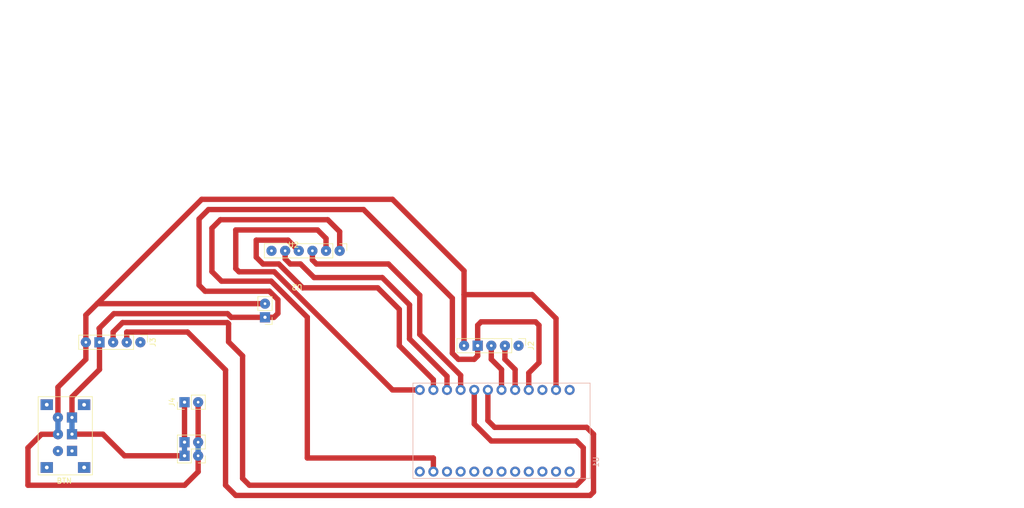
<source format=kicad_pcb>
(kicad_pcb (version 20211014) (generator pcbnew)
  (layers (0 "F.Cu" signal) (31 "B.Cu" signal) (34 "B.Paste" user) (35 "F.Paste" user) (36 "B.SilkS" user "B.Silkscreen") (37 "F.SilkS" user "F.Silkscreen") (38 "B.Mask" user) (39 "F.Mask" user) (44 "Edge.Cuts" user))
  (net 0 "")
  (net 1 "+5V")
  (net 2 "GND")
  (net 13 "Net-(J2-Pad1)")
  (net 14 "Net-(J2-Pad3)")
  (net 15 "Net-(J3-Pad2)")
  (net 16 "Net-(J2-Pad2)")
  (net 17 "Net-(J3-Pad3)")
  (net 19 "Net-(U1-PadJP6_9)")
  (net 20 "Net-(U1-PadJP6_10)")
  (net 21 "Net-(U1-PadJP6_11)")
  (net 22 "Net-(U1-PadJP6_12)")
  (net 23 "Net-(U1-PadJP7_2)")
  (net 25 "Net-(J3-Pad1)")
  (footprint "Arduino pro mini:NRF24L01" (layer "F.Cu") (at 74.295 67.31 180)
    (fp_text reference "U2" (at 0 -0.5 180 unlocked) (layer "F.SilkS"))
    (fp_text value "NRF24L01_Breakout")
    (fp_line (start 4.654 -4.867) (end 4.654 -2.267) (layer "F.SilkS") (width 0.12))
    (fp_line (start -6.663297 7.597626) (end -6.663297 4.937626) (layer "F.SilkS") (width 0.12))
    (fp_line (start -7.933297 7.597626) (end -9.263297 7.597626) (layer "F.SilkS") (width 0.12))
    (fp_line (start -9.263297 7.597626) (end -9.263297 6.267626) (layer "F.SilkS") (width 0.12))
    (fp_line (start 6.096703 7.597626) (end 6.096703 4.937626) (layer "F.SilkS") (width 0.12))
    (fp_line (start 7.314 -4.867) (end 7.314 -2.267) (layer "F.SilkS") (width 0.12))
    (fp_line (start 4.654 -2.267) (end 7.314 -2.267) (layer "F.SilkS") (width 0.12))
    (fp_line (start -6.663297 4.937626) (end 6.096703 4.937626) (layer "F.SilkS") (width 0.12))
    (fp_line (start 4.654 -4.867) (end 7.314 -4.867) (layer "F.SilkS") (width 0.12))
    (fp_line (start -6.663297 7.597626) (end 6.096703 7.597626) (layer "F.SilkS") (width 0.12))
    (fp_line (start 4.654 -6.137) (end 4.654 -7.467) (layer "F.SilkS") (width 0.12))
    (fp_line (start 4.654 -7.467) (end 5.984 -7.467) (layer "F.SilkS") (width 0.12))
    (pad "1" thru_hole oval (at 5.984 -3.597 180) (size 1.9 1.9) (drill 0.5) (layers *.Cu *.Mask) (net 2 "GND"))
    (pad "2" thru_hole rect (at 5.984 -6.137 180) (size 1.9 1.9) (drill 0.6) (layers *.Cu *.Mask) (net 1 "+5V"))
    (pad "3" thru_hole oval (at -7.933297 6.267626 270) (size 1.9 1.9) (drill 0.5) (layers *.Cu *.Mask) (net 23 "Net-(U1-PadJP7_2)"))
    (pad "4" thru_hole oval (at -5.393297 6.267626 270) (size 1.9 1.9) (drill 0.5) (layers *.Cu *.Mask) (net 22 "Net-(U1-PadJP6_12)"))
    (pad "5" thru_hole oval (at -2.853297 6.267626 270) (size 1.9 1.9) (drill 0.5) (layers *.Cu *.Mask) (net 19 "Net-(U1-PadJP6_9)"))
    (pad "6" thru_hole oval (at -0.313297 6.267626 270) (size 1.9 1.9) (drill 0.5) (layers *.Cu *.Mask) (net 21 "Net-(U1-PadJP6_11)"))
    (pad "7" thru_hole oval (at 2.226703 6.267626 270) (size 1.9 1.9) (drill 0.5) (layers *.Cu *.Mask) (net 20 "Net-(U1-PadJP6_10)"))
    (pad "8" thru_hole oval (at 4.766703 6.267626 270) (size 1.9 1.9) (drill 0.5) (layers *.Cu *.Mask))
  )
  (footprint "Connector_PinHeader_2.54mm:PinHeader_2x02_P2.54mm_Vertical" (layer "F.Cu") (at 55.851603 99.282205 180)
    (fp_text reference "" (at 1.27 -2.33) (layer "F.SilkS"))
    (fp_text value "POWERS")
    (fp_line (start -1.33 3.87) (end 3.87 3.87) (layer "F.SilkS") (width 0.12))
    (fp_line (start 3.87 -1.33) (end 3.87 3.87) (layer "F.SilkS") (width 0.12))
    (fp_line (start 1.27 1.27) (end 1.27 -1.33) (layer "F.SilkS") (width 0.12))
    (fp_line (start -1.33 1.27) (end 1.27 1.27) (layer "F.SilkS") (width 0.12))
    (fp_line (start -1.33 -1.33) (end 0 -1.33) (layer "F.SilkS") (width 0.12))
    (fp_line (start -1.33 1.27) (end -1.33 3.87) (layer "F.SilkS") (width 0.12))
    (fp_line (start 1.27 -1.33) (end 3.87 -1.33) (layer "F.SilkS") (width 0.12))
    (fp_line (start -1.33 0) (end -1.33 -1.33) (layer "F.SilkS") (width 0.12))
    (pad "1" thru_hole oval (at 0 0 180) (size 1.9 1.9) (drill 0.5) (layers *.Cu *.Mask) (net 2 "GND"))
    (pad "2" thru_hole rect (at 2.54 0 180) (size 1.9 1.9) (drill 0.6) (layers *.Cu *.Mask) (net 1 "+5V"))
    (pad "3" thru_hole oval (at 0 2.54 180) (size 1.9 1.9) (drill 0.5) (layers *.Cu *.Mask) (net 2 "GND"))
    (pad "4" thru_hole rect (at 2.54 2.54 180) (size 1.9 1.9) (drill 0.6) (layers *.Cu *.Mask) (net 1 "+5V"))
  )
  (footprint "Connector_PinHeader_2.54mm:PinHeader_1x02_P2.54mm_Vertical" (layer "F.Cu") (at 53.311603 89.282205 90)
    (fp_text reference "J4" (at 0 -2.33 90) (layer "F.SilkS"))
    (fp_text value "Micro-Power-IN")
    (fp_line (start -1.33 0) (end -1.33 -1.33) (layer "F.SilkS") (width 0.12))
    (fp_line (start -1.33 1.27) (end 1.33 1.27) (layer "F.SilkS") (width 0.12))
    (fp_line (start -1.33 -1.33) (end 0 -1.33) (layer "F.SilkS") (width 0.12))
    (fp_line (start 1.33 1.27) (end 1.33 3.87) (layer "F.SilkS") (width 0.12))
    (fp_line (start -1.33 1.27) (end -1.33 3.87) (layer "F.SilkS") (width 0.12))
    (fp_line (start -1.33 3.87) (end 1.33 3.87) (layer "F.SilkS") (width 0.12))
    (pad "1" thru_hole rect (at 0 0 90) (size 1.9 1.9) (drill 0.6) (layers *.Cu *.Mask) (net 1 "+5V"))
    (pad "2" thru_hole oval (at 0 2.54 90) (size 1.9 1.9) (drill 0.5) (layers *.Cu *.Mask) (net 2 "GND"))
  )
  (footprint "Connector_PinHeader_2.54mm:PinHeader_1x05_P2.54mm_Vertical" (layer "F.Cu") (at 115.57 78.74 -90)
    (fp_text reference "J2" (at 0 -2.33 90) (layer "F.SilkS"))
    (fp_text value "Joystick_Left")
    (fp_line (start -1.33 11.49) (end 1.33 11.49) (layer "F.SilkS") (width 0.12))
    (fp_line (start 1.33 1.27) (end 1.33 11.49) (layer "F.SilkS") (width 0.12))
    (fp_line (start -1.33 -1.33) (end 0 -1.33) (layer "F.SilkS") (width 0.12))
    (fp_line (start -1.33 0) (end -1.33 -1.33) (layer "F.SilkS") (width 0.12))
    (fp_line (start -1.33 1.27) (end -1.33 11.49) (layer "F.SilkS") (width 0.12))
    (fp_line (start -1.33 1.27) (end 1.33 1.27) (layer "F.SilkS") (width 0.12))
    (pad "1" thru_hole oval (at 0 0 270) (size 1.9 1.9) (drill 0.5) (layers *.Cu *.Mask) (net 13 "Net-(J2-Pad1)"))
    (pad "2" thru_hole oval (at 0 2.54 270) (size 1.9 1.9) (drill 0.5) (layers *.Cu *.Mask) (net 16 "Net-(J2-Pad2)"))
    (pad "3" thru_hole oval (at 0 5.08 270) (size 1.9 1.9) (drill 0.5) (layers *.Cu *.Mask) (net 14 "Net-(J2-Pad3)"))
    (pad "4" thru_hole rect (at 0 7.62 270) (size 1.9 1.9) (drill 0.6) (layers *.Cu *.Mask) (net 1 "+5V"))
    (pad "5" thru_hole oval (at 0 10.16 270) (size 1.9 1.9) (drill 0.5) (layers *.Cu *.Mask) (net 2 "GND"))
  )
  (footprint "Connector_PinHeader_2.54mm:PushButton_6_pin" (layer "F.Cu") (at 34.639603 101.347205 180)
    (fp_text reference "BTN" (at 3.74 -2.618) (layer "F.SilkS"))
    (fp_text value "PushButton_6_pin")
    (fp_line (start -1.491194 -1.496) (end 8.602 -1.496) (layer "F.SilkS") (width 0.12))
    (fp_line (start -1.491194 13.09) (end 8.602 13.09) (layer "F.SilkS") (width 0.12))
    (fp_line (start 8.602 -1.496) (end 8.602 13.09) (layer "F.SilkS") (width 0.12))
    (fp_line (start -1.491194 -1.496) (end -1.491194 13.09) (layer "F.SilkS") (width 0.12))
    (pad "" thru_hole rect (at 0.043736 11.586152 180) (size 2.3 2) (drill 0.7) (layers *.Cu *.Mask))
    (pad "" thru_hole rect (at 0.03893 -0.118391 180) (size 2.3 2) (drill 0.7) (layers *.Cu *.Mask))
    (pad "" thru_hole rect (at 7.000509 11.59419 180) (size 2.3 2) (drill 0.7) (layers *.Cu *.Mask))
    (pad "" thru_hole rect (at 7.000509 -0.118391 180) (size 2.3 2) (drill 0.7) (layers *.Cu *.Mask))
    (pad "1" thru_hole rect (at 2.294688 2.967779 180) (size 1.9 1.9) (drill 0.6) (layers *.Cu *.Mask))
    (pad "2" thru_hole oval (at 4.918896 2.948554 180) (size 1.9 1.9) (drill 0.5) (layers *.Cu *.Mask))
    (pad "3" thru_hole rect (at 2.29506 6.097205 180) (size 1.9 1.9) (drill 0.6) (layers *.Cu *.Mask) (net 1 "+5V"))
    (pad "4" thru_hole oval (at 4.919268 6.07798 180) (size 1.9 1.9) (drill 0.5) (layers *.Cu *.Mask) (net 2 "GND"))
    (pad "5" thru_hole rect (at 2.30164 9.207406 180) (size 1.9 1.9) (drill 0.6) (layers *.Cu *.Mask) (net 1 "+5V"))
    (pad "6" thru_hole oval (at 4.91964 9.207406 180) (size 1.9 1.9) (drill 0.5) (layers *.Cu *.Mask) (net 2 "GND"))
  )
  (footprint "Connector_PinHeader_2.54mm:PinHeader_1x05_P2.54mm_Vertical" (layer "F.Cu") (at 45.085 78.105 -90)
    (fp_text reference "J3" (at 0 -2.33 90) (layer "F.SilkS"))
    (fp_text value "Joystick_Right")
    (fp_line (start -1.33 -1.33) (end 0 -1.33) (layer "F.SilkS") (width 0.12))
    (fp_line (start 1.33 1.27) (end 1.33 11.49) (layer "F.SilkS") (width 0.12))
    (fp_line (start -1.33 1.27) (end -1.33 11.49) (layer "F.SilkS") (width 0.12))
    (fp_line (start -1.33 1.27) (end 1.33 1.27) (layer "F.SilkS") (width 0.12))
    (fp_line (start -1.33 0) (end -1.33 -1.33) (layer "F.SilkS") (width 0.12))
    (fp_line (start -1.33 11.49) (end 1.33 11.49) (layer "F.SilkS") (width 0.12))
    (pad "1" thru_hole oval (at 0 0 270) (size 1.9 1.9) (drill 0.5) (layers *.Cu *.Mask) (net 25 "Net-(J3-Pad1)"))
    (pad "2" thru_hole oval (at 0 2.54 270) (size 1.9 1.9) (drill 0.5) (layers *.Cu *.Mask) (net 15 "Net-(J3-Pad2)"))
    (pad "3" thru_hole oval (at 0 5.08 270) (size 1.9 1.9) (drill 0.5) (layers *.Cu *.Mask) (net 17 "Net-(J3-Pad3)"))
    (pad "4" thru_hole rect (at 0 7.62 270) (size 1.9 1.9) (drill 0.6) (layers *.Cu *.Mask) (net 1 "+5V"))
    (pad "5" thru_hole oval (at 0 10.16 270) (size 1.9 1.9) (drill 0.5) (layers *.Cu *.Mask) (net 2 "GND"))
  )
  (footprint "Arduino pro mini:MODULE_ARDUINO_PRO_MINI" (layer "B.Cu") (at 112.395 94.615 90)
    (fp_text reference "U1" (at -5.825 17.635 270) (layer "B.SilkS") (effects (justify mirror)))
    (fp_text value "ARDUINO_PRO_MINI")
    (fp_line (start 8.89 16.51) (end -8.89 16.51) (layer "B.SilkS") (width 0.127))
    (fp_line (start -8.89 -16.51) (end 8.89 -16.51) (layer "B.SilkS") (width 0.127))
    (fp_line (start -8.89 16.51) (end -8.89 -16.51) (layer "B.SilkS") (width 0.127))
    (fp_line (start 8.89 -16.51) (end 8.89 16.51) (layer "B.SilkS") (width 0.127))
    (pad "JP6_1" thru_hole circle (at 7.62 12.7 90) (size 1.8796 1.8796) (drill 1.016) (layers *.Cu *.Mask))
    (pad "JP6_2" thru_hole circle (at 7.62 10.16 90) (size 1.8796 1.8796) (drill 1.016) (layers *.Cu *.Mask) (net 2 "GND"))
    (pad "JP6_3" thru_hole circle (at 7.62 7.62 90) (size 1.8796 1.8796) (drill 1.016) (layers *.Cu *.Mask))
    (pad "JP6_4" thru_hole circle (at 7.62 5.08 90) (size 1.8796 1.8796) (drill 1.016) (layers *.Cu *.Mask) (net 1 "+5V"))
    (pad "JP6_5" thru_hole circle (at 7.62 2.54 90) (size 1.8796 1.8796) (drill 1.016) (layers *.Cu *.Mask) (net 16 "Net-(J2-Pad2)"))
    (pad "JP6_6" thru_hole circle (at 7.62 0 90) (size 1.8796 1.8796) (drill 1.016) (layers *.Cu *.Mask) (net 14 "Net-(J2-Pad3)"))
    (pad "JP6_7" thru_hole circle (at 7.62 -2.54 90) (size 1.8796 1.8796) (drill 1.016) (layers *.Cu *.Mask) (net 15 "Net-(J3-Pad2)"))
    (pad "JP6_8" thru_hole circle (at 7.62 -5.08 90) (size 1.8796 1.8796) (drill 1.016) (layers *.Cu *.Mask) (net 17 "Net-(J3-Pad3)"))
    (pad "JP6_9" thru_hole circle (at 7.62 -7.62 90) (size 1.8796 1.8796) (drill 1.016) (layers *.Cu *.Mask) (net 19 "Net-(U1-PadJP6_9)"))
    (pad "JP6_10" thru_hole circle (at 7.62 -10.16 90) (size 1.8796 1.8796) (drill 1.016) (layers *.Cu *.Mask) (net 20 "Net-(U1-PadJP6_10)"))
    (pad "JP6_11" thru_hole circle (at 7.62 -12.7 90) (size 1.8796 1.8796) (drill 1.016) (layers *.Cu *.Mask) (net 21 "Net-(U1-PadJP6_11)"))
    (pad "JP6_12" thru_hole circle (at 7.62 -15.24 90) (size 1.8796 1.8796) (drill 1.016) (layers *.Cu *.Mask) (net 22 "Net-(U1-PadJP6_12)"))
    (pad "JP7_1" thru_hole circle (at -7.62 -15.24 90) (size 1.8796 1.8796) (drill 1.016) (layers *.Cu *.Mask))
    (pad "JP7_2" thru_hole circle (at -7.62 -12.7 90) (size 1.8796 1.8796) (drill 1.016) (layers *.Cu *.Mask) (net 23 "Net-(U1-PadJP7_2)"))
    (pad "JP7_3" thru_hole circle (at -7.62 -10.16 90) (size 1.8796 1.8796) (drill 1.016) (layers *.Cu *.Mask) (net 13 "Net-(J2-Pad1)"))
    (pad "JP7_4" thru_hole circle (at -7.62 -7.62 90) (size 1.8796 1.8796) (drill 1.016) (layers *.Cu *.Mask) (net 25 "Net-(J3-Pad1)"))
    (pad "JP7_5" thru_hole circle (at -7.62 -5.08 90) (size 1.8796 1.8796) (drill 1.016) (layers *.Cu *.Mask))
    (pad "JP7_6" thru_hole circle (at -7.62 -2.54 90) (size 1.8796 1.8796) (drill 1.016) (layers *.Cu *.Mask))
    (pad "JP7_7" thru_hole circle (at -7.62 0 90) (size 1.8796 1.8796) (drill 1.016) (layers *.Cu *.Mask))
    (pad "JP7_8" thru_hole circle (at -7.62 2.54 90) (size 1.8796 1.8796) (drill 1.016) (layers *.Cu *.Mask))
    (pad "JP7_9" thru_hole circle (at -7.62 5.08 90) (size 1.8796 1.8796) (drill 1.016) (layers *.Cu *.Mask))
    (pad "JP7_10" thru_hole circle (at -7.62 7.62 90) (size 1.8796 1.8796) (drill 1.016) (layers *.Cu *.Mask))
    (pad "JP7_11" thru_hole circle (at -7.62 10.16 90) (size 1.8796 1.8796) (drill 1.016) (layers *.Cu *.Mask))
    (pad "JP7_12" thru_hole circle (at -7.62 12.7 90) (size 1.8796 1.8796) (drill 1.016) (layers *.Cu *.Mask))
  )
  (gr_text "U2" (at 73.631603 59.937205) (layer "F.SilkS") (effects (font (size 1 1))))
  (segment (start 103.23416 80.151453) (end 104.362707 81.28) (width 1) (layer "F.Cu") (net 1))
  (segment (start 37.465 75.604784) (end 37.386697 75.526481) (width 1) (layer "F.Cu") (net 1))
  (segment (start 40.140802 72.772376) (end 61.342376 72.772376) (width 1) (layer "F.Cu") (net 1))
  (segment (start 32.337963 88.312037) (end 37.465 83.185) (width 1) (layer "F.Cu") (net 1))
  (segment (start 68.308926 73.449074) (end 68.311 73.447) (width 1) (layer "F.Cu") (net 1))
  (segment (start 38.1 95.25) (end 42.132205 99.282205) (width 1) (layer "F.Cu") (net 1))
  (segment (start 107.315 81.28) (end 107.95 80.645) (width 1) (layer "F.Cu") (net 1))
  (segment (start 107.95 78.74) (end 107.95 74.93) (width 1) (layer "F.Cu") (net 1))
  (segment (start 86.6775 53.34) (end 103.23416 69.89666) (width 1) (layer "F.Cu") (net 1))
  (segment (start 61.342376 72.772376) (end 62.019074 73.449074) (width 1) (layer "F.Cu") (net 1))
  (segment (start 70.722554 72.716178) (end 70.722554 70.153797) (width 1) (layer "F.Cu") (net 1))
  (segment (start 107.95 80.645) (end 107.95 78.74) (width 1) (layer "F.Cu") (net 1))
  (segment (start 108.585 74.295) (end 118.745 74.295) (width 1) (layer "F.Cu") (net 1))
  (segment (start 104.362707 81.28) (end 107.315 81.28) (width 1) (layer "F.Cu") (net 1))
  (segment (start 53.311603 96.742205) (end 53.311603 89.282205) (width 1) (layer "F.Cu") (net 1))
  (segment (start 42.132205 99.282205) (end 53.311603 99.282205) (width 1) (layer "F.Cu") (net 1))
  (segment (start 56.023 55.102) (end 57.785 53.34) (width 1) (layer "F.Cu") (net 1))
  (segment (start 68.311 73.447) (end 69.991732 73.447) (width 1) (layer "F.Cu") (net 1))
  (segment (start 107.95 74.93) (end 108.585 74.295) (width 1) (layer "F.Cu") (net 1))
  (segment (start 119.38 74.93) (end 119.38 81.915) (width 1) (layer "F.Cu") (net 1))
  (segment (start 37.465 83.185) (end 37.465 78.105) (width 1) (layer "F.Cu") (net 1))
  (segment (start 70.722554 70.153797) (end 69.148757 68.58) (width 1) (layer "F.Cu") (net 1))
  (segment (start 56.023 67.453) (end 56.023 55.102) (width 1) (layer "F.Cu") (net 1))
  (segment (start 37.386697 75.526481) (end 40.140802 72.772376) (width 1) (layer "F.Cu") (net 1))
  (segment (start 117.475 83.82) (end 117.475 86.995) (width 1) (layer "F.Cu") (net 1))
  (segment (start 62.019074 73.449074) (end 68.308926 73.449074) (width 1) (layer "F.Cu") (net 1))
  (segment (start 32.344543 95.25) (end 38.1 95.25) (width 1) (layer "F.Cu") (net 1))
  (segment (start 69.991732 73.447) (end 70.722554 72.716178) (width 1) (layer "F.Cu") (net 1))
  (segment (start 37.465 78.105) (end 37.465 75.604784) (width 1) (layer "F.Cu") (net 1))
  (segment (start 103.23416 69.89666) (end 103.23416 80.151453) (width 1) (layer "F.Cu") (net 1))
  (segment (start 57.785 53.34) (end 86.6775 53.34) (width 1) (layer "F.Cu") (net 1))
  (segment (start 57.15 68.58) (end 56.023 67.453) (width 1) (layer "F.Cu") (net 1))
  (segment (start 118.745 74.295) (end 119.38 74.93) (width 1) (layer "F.Cu") (net 1))
  (segment (start 32.337963 92.139799) (end 32.337963 88.312037) (width 1) (layer "F.Cu") (net 1))
  (segment (start 119.38 81.915) (end 117.475 83.82) (width 1) (layer "F.Cu") (net 1))
  (segment (start 69.148757 68.58) (end 57.15 68.58) (width 1) (layer "F.Cu") (net 1))
  (segment (start 53.311603 99.282205) (end 53.311603 96.742205) (width 1) (layer "B.Cu") (net 1))
  (segment (start 32.337963 92.139799) (end 32.337963 95.24342) (width 1) (layer "B.Cu") (net 1))
  (segment (start 118.11 69.215) (end 105.41 69.215) (width 1) (layer "F.Cu") (net 2))
  (segment (start 68.282389 70.878389) (end 68.311 70.907) (width 1) (layer "F.Cu") (net 2))
  (segment (start 105.41 69.215) (end 105.41 64.77) (width 1) (layer "F.Cu") (net 2))
  (segment (start 105.41 78.74) (end 105.41 69.215) (width 1) (layer "F.Cu") (net 2))
  (segment (start 55.851603 102.263397) (end 53.34 104.775) (width 1) (layer "F.Cu") (net 2))
  (segment (start 29.719963 92.139799) (end 29.719963 86.485037) (width 1) (layer "F.Cu") (net 2))
  (segment (start 92.075 51.435) (end 56.515 51.435) (width 1) (layer "F.Cu") (net 2))
  (segment (start 53.34 104.775) (end 24.13 104.775) (width 1) (layer "F.Cu") (net 2))
  (segment (start 55.851603 99.282205) (end 55.851603 102.263397) (width 1) (layer "F.Cu") (net 2))
  (segment (start 34.925 73.025) (end 34.925 78.105) (width 1) (layer "F.Cu") (net 2))
  (segment (start 37.043 70.907) (end 34.925 73.025) (width 1) (layer "F.Cu") (net 2))
  (segment (start 29.719963 86.485037) (end 34.925 81.28) (width 1) (layer "F.Cu") (net 2))
  (segment (start 56.515 51.435) (end 37.043 70.907) (width 1) (layer "F.Cu") (net 2))
  (segment (start 105.41 64.77) (end 92.075 51.435) (width 1) (layer "F.Cu") (net 2))
  (segment (start 68.311 70.907) (end 37.043 70.907) (width 1) (layer "F.Cu") (net 2))
  (segment (start 122.555 86.995) (end 122.555 73.66) (width 1) (layer "F.Cu") (net 2))
  (segment (start 55.851603 89.282205) (end 55.851603 96.742205) (width 1) (layer "F.Cu") (net 2))
  (segment (start 34.925 81.28) (end 34.925 78.105) (width 1) (layer "F.Cu") (net 2))
  (segment (start 122.555 73.66) (end 118.11 69.215) (width 1) (layer "F.Cu") (net 2))
  (segment (start 24.13 104.775) (end 24.13 97.79) (width 1) (layer "F.Cu") (net 2))
  (segment (start 26.650775 95.269225) (end 29.720335 95.269225) (width 1) (layer "F.Cu") (net 2))
  (segment (start 24.13 97.79) (end 26.650775 95.269225) (width 1) (layer "F.Cu") (net 2))
  (segment (start 29.720335 95.269225) (end 29.720335 92.140171) (width 1) (layer "B.Cu") (net 2))
  (segment (start 55.851603 99.282205) (end 55.851603 96.742205) (width 1) (layer "B.Cu") (net 2))
  (segment (start 110.49 81.28) (end 110.49 78.74) (width 1) (layer "F.Cu") (net 14))
  (segment (start 112.395 86.995) (end 112.395 83.185) (width 1) (layer "F.Cu") (net 14))
  (segment (start 112.395 83.185) (end 110.49 81.28) (width 1) (layer "F.Cu") (net 14))
  (segment (start 129.54 106.045) (end 129.54 95.25) (width 1) (layer "F.Cu") (net 15))
  (segment (start 109.855 92.71) (end 109.855 86.995) (width 1) (layer "F.Cu") (net 15))
  (segment (start 53.879656 76.2) (end 60.96 83.280344) (width 1) (layer "F.Cu") (net 15))
  (segment (start 111.125 93.98) (end 109.855 92.71) (width 1) (layer "F.Cu") (net 15))
  (segment (start 128.27 93.98) (end 111.125 93.98) (width 1) (layer "F.Cu") (net 15))
  (segment (start 129.54 95.25) (end 128.27 93.98) (width 1) (layer "F.Cu") (net 15))
  (segment (start 62.865 106.68) (end 128.905 106.68) (width 1) (layer "F.Cu") (net 15))
  (segment (start 42.545 76.2) (end 53.879656 76.2) (width 1) (layer "F.Cu") (net 15))
  (segment (start 60.96 83.280344) (end 60.96 104.775) (width 1) (layer "F.Cu") (net 15))
  (segment (start 60.96 104.775) (end 62.865 106.68) (width 1) (layer "F.Cu") (net 15))
  (segment (start 128.905 106.68) (end 129.54 106.045) (width 1) (layer "F.Cu") (net 15))
  (segment (start 42.545 78.105) (end 42.545 76.2) (width 1) (layer "F.Cu") (net 15))
  (segment (start 113.03 78.74) (end 113.03 81.28) (width 1) (layer "F.Cu") (net 16))
  (segment (start 114.935 83.185) (end 114.935 86.995) (width 1) (layer "F.Cu") (net 16))
  (segment (start 113.03 81.28) (end 114.935 83.185) (width 1) (layer "F.Cu") (net 16))
  (segment (start 40.005 76.2) (end 41.770124 74.434876) (width 1) (layer "F.Cu") (net 17))
  (segment (start 126.365 96.52) (end 110.49 96.52) (width 1) (layer "F.Cu") (net 17))
  (segment (start 107.315 93.345) (end 107.315 86.995) (width 1) (layer "F.Cu") (net 17))
  (segment (start 61.522018 78.032018) (end 64.135 80.645) (width 1) (layer "F.Cu") (net 17))
  (segment (start 127.635 103.505) (end 127.635 97.79) (width 1) (layer "F.Cu") (net 17))
  (segment (start 61.30782 74.434876) (end 61.522018 74.649074) (width 1) (layer "F.Cu") (net 17))
  (segment (start 110.49 96.52) (end 107.315 93.345) (width 1) (layer "F.Cu") (net 17))
  (segment (start 40.005 78.105) (end 40.005 76.2) (width 1) (layer "F.Cu") (net 17))
  (segment (start 41.770124 74.434876) (end 61.30782 74.434876) (width 1) (layer "F.Cu") (net 17))
  (segment (start 61.522018 74.649074) (end 61.522018 78.032018) (width 1) (layer "F.Cu") (net 17))
  (segment (start 64.135 103.505) (end 65.405 104.775) (width 1) (layer "F.Cu") (net 17))
  (segment (start 127.635 97.79) (end 126.365 96.52) (width 1) (layer "F.Cu") (net 17))
  (segment (start 126.365 104.775) (end 127.635 103.505) (width 1) (layer "F.Cu") (net 17))
  (segment (start 64.135 80.645) (end 64.135 103.505) (width 1) (layer "F.Cu") (net 17))
  (segment (start 65.405 104.775) (end 126.365 104.775) (width 1) (layer "F.Cu") (net 17))
  (segment (start 97.155 76.643892) (end 104.775 84.263892) (width 1) (layer "F.Cu") (net 19))
  (segment (start 77.148297 61.042374) (end 77.148297 62.753297) (width 1) (layer "F.Cu") (net 19))
  (segment (start 91.322377 63.5) (end 97.155 69.332623) (width 1) (layer "F.Cu") (net 19))
  (segment (start 104.775 84.263892) (end 104.775 86.995) (width 1) (layer "F.Cu") (net 19))
  (segment (start 97.155 69.332623) (end 97.155 76.643892) (width 1) (layer "F.Cu") (net 19))
  (segment (start 77.895 63.5) (end 91.322377 63.5) (width 1) (layer "F.Cu") (net 19))
  (segment (start 77.148297 62.753297) (end 77.895 63.5) (width 1) (layer "F.Cu") (net 19))
  (segment (start 95.25 71.12) (end 90.17 66.04) (width 1) (layer "F.Cu") (net 20))
  (segment (start 72.068297 62.543297) (end 72.068297 61.042374) (width 1) (layer "F.Cu") (net 20))
  (segment (start 73.025 63.5) (end 72.068297 62.543297) (width 1) (layer "F.Cu") (net 20))
  (segment (start 77.47 66.04) (end 74.93 63.5) (width 1) (layer "F.Cu") (net 20))
  (segment (start 102.235 86.995) (end 102.235 84.455) (width 1) (layer "F.Cu") (net 20))
  (segment (start 90.17 66.04) (end 77.47 66.04) (width 1) (layer "F.Cu") (net 20))
  (segment (start 95.25 77.47) (end 95.25 71.12) (width 1) (layer "F.Cu") (net 20))
  (segment (start 74.93 63.5) (end 73.025 63.5) (width 1) (layer "F.Cu") (net 20))
  (segment (start 102.235 84.455) (end 95.25 77.47) (width 1) (layer "F.Cu") (net 20))
  (segment (start 66.675 59.055) (end 66.675 62.23) (width 1) (layer "F.Cu") (net 21))
  (segment (start 70.889028 63.5) (end 75.334028 67.945) (width 1) (layer "F.Cu") (net 21))
  (segment (start 72.620923 59.055) (end 66.675 59.055) (width 1) (layer "F.Cu") (net 21))
  (segment (start 99.695 85.09) (end 99.695 86.995) (width 1) (layer "F.Cu") (net 21))
  (segment (start 74.608297 61.042374) (end 72.620923 59.055) (width 1) (layer "F.Cu") (net 21))
  (segment (start 93.345 71.968528) (end 93.345 78.74) (width 1) (layer "F.Cu") (net 21))
  (segment (start 75.334028 67.945) (end 89.321472 67.945) (width 1) (layer "F.Cu") (net 21))
  (segment (start 66.675 62.23) (end 67.945 63.5) (width 1) (layer "F.Cu") (net 21))
  (segment (start 67.945 63.5) (end 70.889028 63.5) (width 1) (layer "F.Cu") (net 21))
  (segment (start 93.345 78.74) (end 99.695 85.09) (width 1) (layer "F.Cu") (net 21))
  (segment (start 89.321472 67.945) (end 93.345 71.968528) (width 1) (layer "F.Cu") (net 21))
  (segment (start 63.463775 64.953832) (end 62.865 64.355057) (width 1) (layer "F.Cu") (net 22))
  (segment (start 62.865 64.355057) (end 62.865 57.15) (width 1) (layer "F.Cu") (net 22))
  (segment (start 92.075 86.995) (end 70.033832 64.953832) (width 1) (layer "F.Cu") (net 22))
  (segment (start 97.155 86.995) (end 92.075 86.995) (width 1) (layer "F.Cu") (net 22))
  (segment (start 70.033832 64.953832) (end 63.463775 64.953832) (width 1) (layer "F.Cu") (net 22))
  (segment (start 78.105 57.15) (end 79.688297 58.733297) (width 1) (layer "F.Cu") (net 22))
  (segment (start 62.865 57.15) (end 78.105 57.15) (width 1) (layer "F.Cu") (net 22))
  (segment (start 79.688297 58.733297) (end 79.688297 61.042374) (width 1) (layer "F.Cu") (net 22))
  (segment (start 60.208399 66.704133) (end 58.42 64.915734) (width 1) (layer "F.Cu") (net 23))
  (segment (start 76.2 73.440888) (end 69.463245 66.704133) (width 1) (layer "F.Cu") (net 23))
  (segment (start 76.2 99.695) (end 76.2 73.440888) (width 1) (layer "F.Cu") (net 23))
  (segment (start 82.228297 57.463297) (end 82.228297 61.042374) (width 1) (layer "F.Cu") (net 23))
  (segment (start 99.695 99.695) (end 76.2 99.695) (width 1) (layer "F.Cu") (net 23))
  (segment (start 58.42 56.823999) (end 59.998999 55.245) (width 1) (layer "F.Cu") (net 23))
  (segment (start 69.463245 66.704133) (end 60.208399 66.704133) (width 1) (layer "F.Cu") (net 23))
  (segment (start 58.42 64.915734) (end 58.42 56.823999) (width 1) (layer "F.Cu") (net 23))
  (segment (start 59.998999 55.245) (end 80.01 55.245) (width 1) (layer "F.Cu") (net 23))
  (segment (start 99.695 102.235) (end 99.695 99.695) (width 1) (layer "F.Cu") (net 23))
  (segment (start 80.01 55.245) (end 82.228297 57.463297) (width 1) (layer "F.Cu") (net 23))
)
</source>
